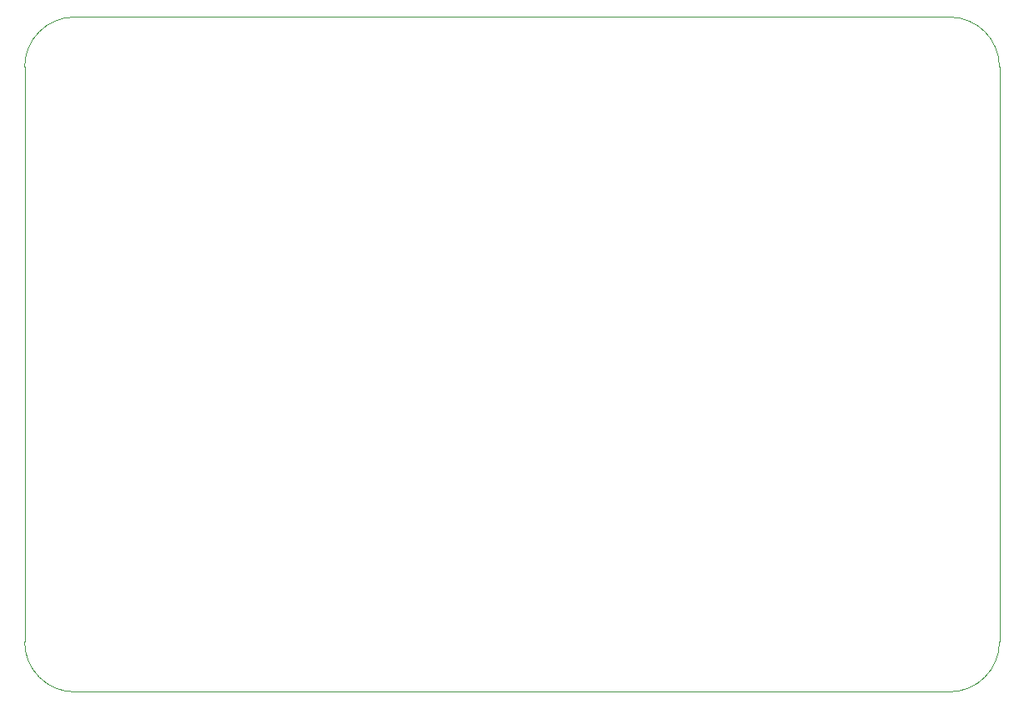
<source format=gbr>
G04 #@! TF.GenerationSoftware,KiCad,Pcbnew,5.1.6-c6e7f7d~86~ubuntu18.04.1*
G04 #@! TF.CreationDate,2020-06-22T07:49:52-04:00*
G04 #@! TF.ProjectId,modulation_source,6d6f6475-6c61-4746-996f-6e5f736f7572,rev?*
G04 #@! TF.SameCoordinates,Original*
G04 #@! TF.FileFunction,Profile,NP*
%FSLAX46Y46*%
G04 Gerber Fmt 4.6, Leading zero omitted, Abs format (unit mm)*
G04 Created by KiCad (PCBNEW 5.1.6-c6e7f7d~86~ubuntu18.04.1) date 2020-06-22 07:49:52*
%MOMM*%
%LPD*%
G01*
G04 APERTURE LIST*
G04 #@! TA.AperFunction,Profile*
%ADD10C,0.050000*%
G04 #@! TD*
G04 APERTURE END LIST*
D10*
X200660000Y-114300000D02*
G75*
G02*
X195580000Y-119380000I-5080000J0D01*
G01*
X106680000Y-119380000D02*
G75*
G02*
X101600000Y-114300000I0J5080000D01*
G01*
X101600000Y-55880000D02*
G75*
G02*
X106680000Y-50800000I5080000J0D01*
G01*
X195580000Y-50800000D02*
G75*
G02*
X200660000Y-55880000I0J-5080000D01*
G01*
X195580000Y-50800000D02*
X106680000Y-50800000D01*
X200660000Y-114300000D02*
X200660000Y-55880000D01*
X106680000Y-119380000D02*
X195580000Y-119380000D01*
X101600000Y-55880000D02*
X101600000Y-114300000D01*
M02*

</source>
